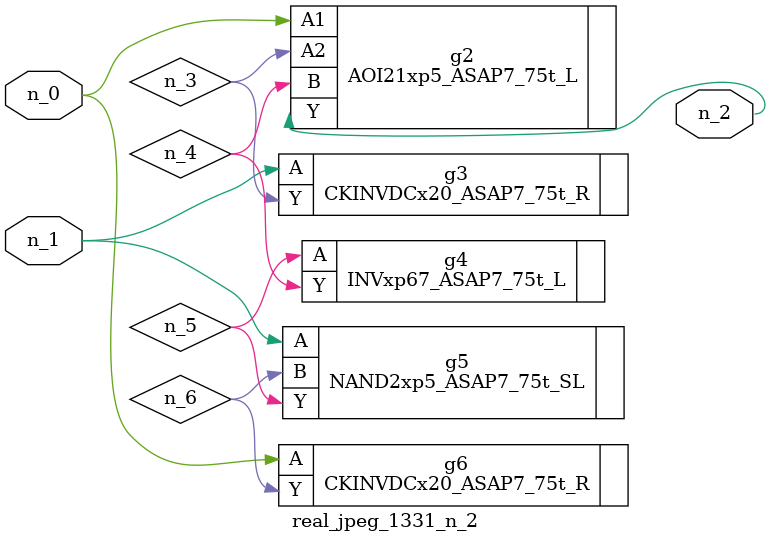
<source format=v>
module real_jpeg_1331_n_2 (n_1, n_0, n_2);

input n_1;
input n_0;

output n_2;

wire n_5;
wire n_4;
wire n_6;
wire n_3;

AOI21xp5_ASAP7_75t_L g2 ( 
.A1(n_0),
.A2(n_3),
.B(n_4),
.Y(n_2)
);

CKINVDCx20_ASAP7_75t_R g6 ( 
.A(n_0),
.Y(n_6)
);

CKINVDCx20_ASAP7_75t_R g3 ( 
.A(n_1),
.Y(n_3)
);

NAND2xp5_ASAP7_75t_SL g5 ( 
.A(n_1),
.B(n_6),
.Y(n_5)
);

INVxp67_ASAP7_75t_L g4 ( 
.A(n_5),
.Y(n_4)
);


endmodule
</source>
